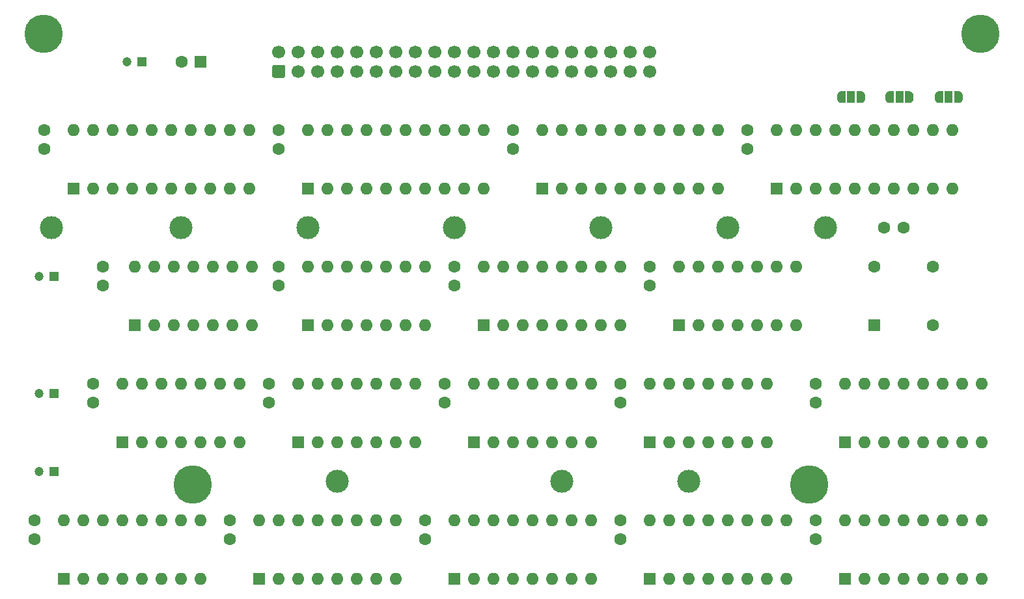
<source format=gbs>
G04 #@! TF.GenerationSoftware,KiCad,Pcbnew,(5.1.10-1-10_14)*
G04 #@! TF.CreationDate,2021-11-19T10:04:18+01:00*
G04 #@! TF.ProjectId,vga_timing_generator,7667615f-7379-46e6-932e-6b696361645f,rev?*
G04 #@! TF.SameCoordinates,Original*
G04 #@! TF.FileFunction,Soldermask,Bot*
G04 #@! TF.FilePolarity,Negative*
%FSLAX46Y46*%
G04 Gerber Fmt 4.6, Leading zero omitted, Abs format (unit mm)*
G04 Created by KiCad (PCBNEW (5.1.10-1-10_14)) date 2021-11-19 10:04:18*
%MOMM*%
%LPD*%
G01*
G04 APERTURE LIST*
%ADD10R,1.000000X1.500000*%
%ADD11C,0.100000*%
%ADD12C,3.000000*%
%ADD13C,5.000000*%
%ADD14O,1.600000X1.600000*%
%ADD15R,1.600000X1.600000*%
%ADD16C,1.700000*%
%ADD17C,1.600000*%
%ADD18C,1.200000*%
%ADD19R,1.200000X1.200000*%
G04 APERTURE END LIST*
D10*
X217093800Y-80162400D03*
D11*
G36*
X215793800Y-80911798D02*
G01*
X215769266Y-80911798D01*
X215720435Y-80906988D01*
X215672310Y-80897416D01*
X215625355Y-80883172D01*
X215580022Y-80864395D01*
X215536749Y-80841264D01*
X215495950Y-80814004D01*
X215458021Y-80782876D01*
X215423324Y-80748179D01*
X215392196Y-80710250D01*
X215364936Y-80669451D01*
X215341805Y-80626178D01*
X215323028Y-80580845D01*
X215308784Y-80533890D01*
X215299212Y-80485765D01*
X215294402Y-80436934D01*
X215294402Y-80412400D01*
X215293800Y-80412400D01*
X215293800Y-79912400D01*
X215294402Y-79912400D01*
X215294402Y-79887866D01*
X215299212Y-79839035D01*
X215308784Y-79790910D01*
X215323028Y-79743955D01*
X215341805Y-79698622D01*
X215364936Y-79655349D01*
X215392196Y-79614550D01*
X215423324Y-79576621D01*
X215458021Y-79541924D01*
X215495950Y-79510796D01*
X215536749Y-79483536D01*
X215580022Y-79460405D01*
X215625355Y-79441628D01*
X215672310Y-79427384D01*
X215720435Y-79417812D01*
X215769266Y-79413002D01*
X215793800Y-79413002D01*
X215793800Y-79412400D01*
X216343800Y-79412400D01*
X216343800Y-80912400D01*
X215793800Y-80912400D01*
X215793800Y-80911798D01*
G37*
G36*
X217843800Y-79412400D02*
G01*
X218393800Y-79412400D01*
X218393800Y-79413002D01*
X218418334Y-79413002D01*
X218467165Y-79417812D01*
X218515290Y-79427384D01*
X218562245Y-79441628D01*
X218607578Y-79460405D01*
X218650851Y-79483536D01*
X218691650Y-79510796D01*
X218729579Y-79541924D01*
X218764276Y-79576621D01*
X218795404Y-79614550D01*
X218822664Y-79655349D01*
X218845795Y-79698622D01*
X218864572Y-79743955D01*
X218878816Y-79790910D01*
X218888388Y-79839035D01*
X218893198Y-79887866D01*
X218893198Y-79912400D01*
X218893800Y-79912400D01*
X218893800Y-80412400D01*
X218893198Y-80412400D01*
X218893198Y-80436934D01*
X218888388Y-80485765D01*
X218878816Y-80533890D01*
X218864572Y-80580845D01*
X218845795Y-80626178D01*
X218822664Y-80669451D01*
X218795404Y-80710250D01*
X218764276Y-80748179D01*
X218729579Y-80782876D01*
X218691650Y-80814004D01*
X218650851Y-80841264D01*
X218607578Y-80864395D01*
X218562245Y-80883172D01*
X218515290Y-80897416D01*
X218467165Y-80906988D01*
X218418334Y-80911798D01*
X218393800Y-80911798D01*
X218393800Y-80912400D01*
X217843800Y-80912400D01*
X217843800Y-79412400D01*
G37*
D10*
X223367600Y-80162400D03*
D11*
G36*
X222067600Y-80911798D02*
G01*
X222043066Y-80911798D01*
X221994235Y-80906988D01*
X221946110Y-80897416D01*
X221899155Y-80883172D01*
X221853822Y-80864395D01*
X221810549Y-80841264D01*
X221769750Y-80814004D01*
X221731821Y-80782876D01*
X221697124Y-80748179D01*
X221665996Y-80710250D01*
X221638736Y-80669451D01*
X221615605Y-80626178D01*
X221596828Y-80580845D01*
X221582584Y-80533890D01*
X221573012Y-80485765D01*
X221568202Y-80436934D01*
X221568202Y-80412400D01*
X221567600Y-80412400D01*
X221567600Y-79912400D01*
X221568202Y-79912400D01*
X221568202Y-79887866D01*
X221573012Y-79839035D01*
X221582584Y-79790910D01*
X221596828Y-79743955D01*
X221615605Y-79698622D01*
X221638736Y-79655349D01*
X221665996Y-79614550D01*
X221697124Y-79576621D01*
X221731821Y-79541924D01*
X221769750Y-79510796D01*
X221810549Y-79483536D01*
X221853822Y-79460405D01*
X221899155Y-79441628D01*
X221946110Y-79427384D01*
X221994235Y-79417812D01*
X222043066Y-79413002D01*
X222067600Y-79413002D01*
X222067600Y-79412400D01*
X222617600Y-79412400D01*
X222617600Y-80912400D01*
X222067600Y-80912400D01*
X222067600Y-80911798D01*
G37*
G36*
X224117600Y-79412400D02*
G01*
X224667600Y-79412400D01*
X224667600Y-79413002D01*
X224692134Y-79413002D01*
X224740965Y-79417812D01*
X224789090Y-79427384D01*
X224836045Y-79441628D01*
X224881378Y-79460405D01*
X224924651Y-79483536D01*
X224965450Y-79510796D01*
X225003379Y-79541924D01*
X225038076Y-79576621D01*
X225069204Y-79614550D01*
X225096464Y-79655349D01*
X225119595Y-79698622D01*
X225138372Y-79743955D01*
X225152616Y-79790910D01*
X225162188Y-79839035D01*
X225166998Y-79887866D01*
X225166998Y-79912400D01*
X225167600Y-79912400D01*
X225167600Y-80412400D01*
X225166998Y-80412400D01*
X225166998Y-80436934D01*
X225162188Y-80485765D01*
X225152616Y-80533890D01*
X225138372Y-80580845D01*
X225119595Y-80626178D01*
X225096464Y-80669451D01*
X225069204Y-80710250D01*
X225038076Y-80748179D01*
X225003379Y-80782876D01*
X224965450Y-80814004D01*
X224924651Y-80841264D01*
X224881378Y-80864395D01*
X224836045Y-80883172D01*
X224789090Y-80897416D01*
X224740965Y-80906988D01*
X224692134Y-80911798D01*
X224667600Y-80911798D01*
X224667600Y-80912400D01*
X224117600Y-80912400D01*
X224117600Y-79412400D01*
G37*
D10*
X229793800Y-80162400D03*
D11*
G36*
X228493800Y-80911798D02*
G01*
X228469266Y-80911798D01*
X228420435Y-80906988D01*
X228372310Y-80897416D01*
X228325355Y-80883172D01*
X228280022Y-80864395D01*
X228236749Y-80841264D01*
X228195950Y-80814004D01*
X228158021Y-80782876D01*
X228123324Y-80748179D01*
X228092196Y-80710250D01*
X228064936Y-80669451D01*
X228041805Y-80626178D01*
X228023028Y-80580845D01*
X228008784Y-80533890D01*
X227999212Y-80485765D01*
X227994402Y-80436934D01*
X227994402Y-80412400D01*
X227993800Y-80412400D01*
X227993800Y-79912400D01*
X227994402Y-79912400D01*
X227994402Y-79887866D01*
X227999212Y-79839035D01*
X228008784Y-79790910D01*
X228023028Y-79743955D01*
X228041805Y-79698622D01*
X228064936Y-79655349D01*
X228092196Y-79614550D01*
X228123324Y-79576621D01*
X228158021Y-79541924D01*
X228195950Y-79510796D01*
X228236749Y-79483536D01*
X228280022Y-79460405D01*
X228325355Y-79441628D01*
X228372310Y-79427384D01*
X228420435Y-79417812D01*
X228469266Y-79413002D01*
X228493800Y-79413002D01*
X228493800Y-79412400D01*
X229043800Y-79412400D01*
X229043800Y-80912400D01*
X228493800Y-80912400D01*
X228493800Y-80911798D01*
G37*
G36*
X230543800Y-79412400D02*
G01*
X231093800Y-79412400D01*
X231093800Y-79413002D01*
X231118334Y-79413002D01*
X231167165Y-79417812D01*
X231215290Y-79427384D01*
X231262245Y-79441628D01*
X231307578Y-79460405D01*
X231350851Y-79483536D01*
X231391650Y-79510796D01*
X231429579Y-79541924D01*
X231464276Y-79576621D01*
X231495404Y-79614550D01*
X231522664Y-79655349D01*
X231545795Y-79698622D01*
X231564572Y-79743955D01*
X231578816Y-79790910D01*
X231588388Y-79839035D01*
X231593198Y-79887866D01*
X231593198Y-79912400D01*
X231593800Y-79912400D01*
X231593800Y-80412400D01*
X231593198Y-80412400D01*
X231593198Y-80436934D01*
X231588388Y-80485765D01*
X231578816Y-80533890D01*
X231564572Y-80580845D01*
X231545795Y-80626178D01*
X231522664Y-80669451D01*
X231495404Y-80710250D01*
X231464276Y-80748179D01*
X231429579Y-80782876D01*
X231391650Y-80814004D01*
X231350851Y-80841264D01*
X231307578Y-80864395D01*
X231262245Y-80883172D01*
X231215290Y-80897416D01*
X231167165Y-80906988D01*
X231118334Y-80911798D01*
X231093800Y-80911798D01*
X231093800Y-80912400D01*
X230543800Y-80912400D01*
X230543800Y-79412400D01*
G37*
D12*
X113055400Y-97129600D03*
D13*
X211658200Y-130606800D03*
X131495800Y-130606800D03*
X233908600Y-71907400D03*
X112064800Y-71907400D03*
D14*
X169316400Y-102235000D03*
X187096400Y-109855000D03*
X171856400Y-102235000D03*
X184556400Y-109855000D03*
X174396400Y-102235000D03*
X182016400Y-109855000D03*
X176936400Y-102235000D03*
X179476400Y-109855000D03*
X179476400Y-102235000D03*
X176936400Y-109855000D03*
X182016400Y-102235000D03*
X174396400Y-109855000D03*
X184556400Y-102235000D03*
X171856400Y-109855000D03*
X187096400Y-102235000D03*
D15*
X169316400Y-109855000D03*
D14*
X145186400Y-117449600D03*
X160426400Y-125069600D03*
X147726400Y-117449600D03*
X157886400Y-125069600D03*
X150266400Y-117449600D03*
X155346400Y-125069600D03*
X152806400Y-117449600D03*
X152806400Y-125069600D03*
X155346400Y-117449600D03*
X150266400Y-125069600D03*
X157886400Y-117449600D03*
X147726400Y-125069600D03*
X160426400Y-117449600D03*
D15*
X145186400Y-125069600D03*
D16*
X190906400Y-74269600D03*
X188366400Y-74269600D03*
X185826400Y-74269600D03*
X183286400Y-74269600D03*
X180746400Y-74269600D03*
X178206400Y-74269600D03*
X175666400Y-74269600D03*
X173126400Y-74269600D03*
X170586400Y-74269600D03*
X168046400Y-74269600D03*
X165506400Y-74269600D03*
X162966400Y-74269600D03*
X160426400Y-74269600D03*
X157886400Y-74269600D03*
X155346400Y-74269600D03*
X152806400Y-74269600D03*
X150266400Y-74269600D03*
X147726400Y-74269600D03*
X145186400Y-74269600D03*
X142646400Y-74269600D03*
X190906400Y-76809600D03*
X188366400Y-76809600D03*
X185826400Y-76809600D03*
X183286400Y-76809600D03*
X180746400Y-76809600D03*
X178206400Y-76809600D03*
X175666400Y-76809600D03*
X173126400Y-76809600D03*
X170586400Y-76809600D03*
X168046400Y-76809600D03*
X165506400Y-76809600D03*
X162966400Y-76809600D03*
X160426400Y-76809600D03*
X157886400Y-76809600D03*
X155346400Y-76809600D03*
X152806400Y-76809600D03*
X150266400Y-76809600D03*
X147726400Y-76809600D03*
X145186400Y-76809600D03*
G36*
G01*
X143246400Y-77659600D02*
X142046400Y-77659600D01*
G75*
G02*
X141796400Y-77409600I0J250000D01*
G01*
X141796400Y-76209600D01*
G75*
G02*
X142046400Y-75959600I250000J0D01*
G01*
X143246400Y-75959600D01*
G75*
G02*
X143496400Y-76209600I0J-250000D01*
G01*
X143496400Y-77409600D01*
G75*
G02*
X143246400Y-77659600I-250000J0D01*
G01*
G37*
D14*
X146456400Y-102209600D03*
X161696400Y-109829600D03*
X148996400Y-102209600D03*
X159156400Y-109829600D03*
X151536400Y-102209600D03*
X156616400Y-109829600D03*
X154076400Y-102209600D03*
X154076400Y-109829600D03*
X156616400Y-102209600D03*
X151536400Y-109829600D03*
X159156400Y-102209600D03*
X148996400Y-109829600D03*
X161696400Y-102209600D03*
D15*
X146456400Y-109829600D03*
D14*
X123916400Y-102209600D03*
X139156400Y-109829600D03*
X126456400Y-102209600D03*
X136616400Y-109829600D03*
X128996400Y-102209600D03*
X134076400Y-109829600D03*
X131536400Y-102209600D03*
X131536400Y-109829600D03*
X134076400Y-102209600D03*
X128996400Y-109829600D03*
X136616400Y-102209600D03*
X126456400Y-109829600D03*
X139156400Y-102209600D03*
D15*
X123916400Y-109829600D03*
D14*
X146456400Y-84429600D03*
X169316400Y-92049600D03*
X148996400Y-84429600D03*
X166776400Y-92049600D03*
X151536400Y-84429600D03*
X164236400Y-92049600D03*
X154076400Y-84429600D03*
X161696400Y-92049600D03*
X156616400Y-84429600D03*
X159156400Y-92049600D03*
X159156400Y-84429600D03*
X156616400Y-92049600D03*
X161696400Y-84429600D03*
X154076400Y-92049600D03*
X164236400Y-84429600D03*
X151536400Y-92049600D03*
X166776400Y-84429600D03*
X148996400Y-92049600D03*
X169316400Y-84429600D03*
D15*
X146456400Y-92049600D03*
D17*
X223886400Y-97129600D03*
X221386400Y-97129600D03*
X173126400Y-86929600D03*
X173126400Y-84429600D03*
X227736400Y-109829600D03*
X227736400Y-102209600D03*
X220116400Y-102209600D03*
D15*
X220116400Y-109829600D03*
D14*
X207416400Y-84429600D03*
X230276400Y-92049600D03*
X209956400Y-84429600D03*
X227736400Y-92049600D03*
X212496400Y-84429600D03*
X225196400Y-92049600D03*
X215036400Y-84429600D03*
X222656400Y-92049600D03*
X217576400Y-84429600D03*
X220116400Y-92049600D03*
X220116400Y-84429600D03*
X217576400Y-92049600D03*
X222656400Y-84429600D03*
X215036400Y-92049600D03*
X225196400Y-84429600D03*
X212496400Y-92049600D03*
X227736400Y-84429600D03*
X209956400Y-92049600D03*
X230276400Y-84429600D03*
D15*
X207416400Y-92049600D03*
D14*
X176936400Y-84429600D03*
X199796400Y-92049600D03*
X179476400Y-84429600D03*
X197256400Y-92049600D03*
X182016400Y-84429600D03*
X194716400Y-92049600D03*
X184556400Y-84429600D03*
X192176400Y-92049600D03*
X187096400Y-84429600D03*
X189636400Y-92049600D03*
X189636400Y-84429600D03*
X187096400Y-92049600D03*
X192176400Y-84429600D03*
X184556400Y-92049600D03*
X194716400Y-84429600D03*
X182016400Y-92049600D03*
X197256400Y-84429600D03*
X179476400Y-92049600D03*
X199796400Y-84429600D03*
D15*
X176936400Y-92049600D03*
D14*
X115976400Y-84429600D03*
X138836400Y-92049600D03*
X118516400Y-84429600D03*
X136296400Y-92049600D03*
X121056400Y-84429600D03*
X133756400Y-92049600D03*
X123596400Y-84429600D03*
X131216400Y-92049600D03*
X126136400Y-84429600D03*
X128676400Y-92049600D03*
X128676400Y-84429600D03*
X126136400Y-92049600D03*
X131216400Y-84429600D03*
X123596400Y-92049600D03*
X133756400Y-84429600D03*
X121056400Y-92049600D03*
X136296400Y-84429600D03*
X118516400Y-92049600D03*
X138836400Y-84429600D03*
D15*
X115976400Y-92049600D03*
D14*
X216306400Y-117449600D03*
X234086400Y-125069600D03*
X218846400Y-117449600D03*
X231546400Y-125069600D03*
X221386400Y-117449600D03*
X229006400Y-125069600D03*
X223926400Y-117449600D03*
X226466400Y-125069600D03*
X226466400Y-117449600D03*
X223926400Y-125069600D03*
X229006400Y-117449600D03*
X221386400Y-125069600D03*
X231546400Y-117449600D03*
X218846400Y-125069600D03*
X234086400Y-117449600D03*
D15*
X216306400Y-125069600D03*
D14*
X216316400Y-135229600D03*
X234096400Y-142849600D03*
X218856400Y-135229600D03*
X231556400Y-142849600D03*
X221396400Y-135229600D03*
X229016400Y-142849600D03*
X223936400Y-135229600D03*
X226476400Y-142849600D03*
X226476400Y-135229600D03*
X223936400Y-142849600D03*
X229016400Y-135229600D03*
X221396400Y-142849600D03*
X231556400Y-135229600D03*
X218856400Y-142849600D03*
X234096400Y-135229600D03*
D15*
X216316400Y-142849600D03*
D14*
X190906400Y-135229600D03*
X208686400Y-142849600D03*
X193446400Y-135229600D03*
X206146400Y-142849600D03*
X195986400Y-135229600D03*
X203606400Y-142849600D03*
X198526400Y-135229600D03*
X201066400Y-142849600D03*
X201066400Y-135229600D03*
X198526400Y-142849600D03*
X203606400Y-135229600D03*
X195986400Y-142849600D03*
X206146400Y-135229600D03*
X193446400Y-142849600D03*
X208686400Y-135229600D03*
D15*
X190906400Y-142849600D03*
D14*
X190906400Y-117449600D03*
X206146400Y-125069600D03*
X193446400Y-117449600D03*
X203606400Y-125069600D03*
X195986400Y-117449600D03*
X201066400Y-125069600D03*
X198526400Y-117449600D03*
X198526400Y-125069600D03*
X201066400Y-117449600D03*
X195986400Y-125069600D03*
X203606400Y-117449600D03*
X193446400Y-125069600D03*
X206146400Y-117449600D03*
D15*
X190906400Y-125069600D03*
D14*
X194716400Y-102209600D03*
X209956400Y-109829600D03*
X197256400Y-102209600D03*
X207416400Y-109829600D03*
X199796400Y-102209600D03*
X204876400Y-109829600D03*
X202336400Y-102209600D03*
X202336400Y-109829600D03*
X204876400Y-102209600D03*
X199796400Y-109829600D03*
X207416400Y-102209600D03*
X197256400Y-109829600D03*
X209956400Y-102209600D03*
D15*
X194716400Y-109829600D03*
D14*
X168046400Y-117449600D03*
X183286400Y-125069600D03*
X170586400Y-117449600D03*
X180746400Y-125069600D03*
X173126400Y-117449600D03*
X178206400Y-125069600D03*
X175666400Y-117449600D03*
X175666400Y-125069600D03*
X178206400Y-117449600D03*
X173126400Y-125069600D03*
X180746400Y-117449600D03*
X170586400Y-125069600D03*
X183286400Y-117449600D03*
D15*
X168046400Y-125069600D03*
D14*
X122326400Y-117449600D03*
X137566400Y-125069600D03*
X124866400Y-117449600D03*
X135026400Y-125069600D03*
X127406400Y-117449600D03*
X132486400Y-125069600D03*
X129946400Y-117449600D03*
X129946400Y-125069600D03*
X132486400Y-117449600D03*
X127406400Y-125069600D03*
X135026400Y-117449600D03*
X124866400Y-125069600D03*
X137566400Y-117449600D03*
D15*
X122326400Y-125069600D03*
D14*
X165506400Y-135229600D03*
X183286400Y-142849600D03*
X168046400Y-135229600D03*
X180746400Y-142849600D03*
X170586400Y-135229600D03*
X178206400Y-142849600D03*
X173126400Y-135229600D03*
X175666400Y-142849600D03*
X175666400Y-135229600D03*
X173126400Y-142849600D03*
X178206400Y-135229600D03*
X170586400Y-142849600D03*
X180746400Y-135229600D03*
X168046400Y-142849600D03*
X183286400Y-135229600D03*
D15*
X165506400Y-142849600D03*
D14*
X140106400Y-135229600D03*
X157886400Y-142849600D03*
X142646400Y-135229600D03*
X155346400Y-142849600D03*
X145186400Y-135229600D03*
X152806400Y-142849600D03*
X147726400Y-135229600D03*
X150266400Y-142849600D03*
X150266400Y-135229600D03*
X147726400Y-142849600D03*
X152806400Y-135229600D03*
X145186400Y-142849600D03*
X155346400Y-135229600D03*
X142646400Y-142849600D03*
X157886400Y-135229600D03*
D15*
X140106400Y-142849600D03*
D14*
X114706400Y-135229600D03*
X132486400Y-142849600D03*
X117246400Y-135229600D03*
X129946400Y-142849600D03*
X119786400Y-135229600D03*
X127406400Y-142849600D03*
X122326400Y-135229600D03*
X124866400Y-142849600D03*
X124866400Y-135229600D03*
X122326400Y-142849600D03*
X127406400Y-135229600D03*
X119786400Y-142849600D03*
X129946400Y-135229600D03*
X117246400Y-142849600D03*
X132486400Y-135229600D03*
D15*
X114706400Y-142849600D03*
D12*
X129946400Y-97129600D03*
X165506400Y-97129600D03*
X201066400Y-97129600D03*
X146456400Y-97129600D03*
X184556400Y-97129600D03*
X179476400Y-130149600D03*
X213766400Y-97129600D03*
X195986400Y-130149600D03*
X150266400Y-130149600D03*
D17*
X129986400Y-75539600D03*
D15*
X132486400Y-75539600D03*
D18*
X111436400Y-118719600D03*
D19*
X113436400Y-118719600D03*
D18*
X111436400Y-128879600D03*
D19*
X113436400Y-128879600D03*
D18*
X122866400Y-75539600D03*
D19*
X124866400Y-75539600D03*
D18*
X111436400Y-103479600D03*
D19*
X113436400Y-103479600D03*
D17*
X142646400Y-86929600D03*
X142646400Y-84429600D03*
X112166400Y-86929600D03*
X112166400Y-84429600D03*
X203606400Y-86929600D03*
X203606400Y-84429600D03*
X212496400Y-137729600D03*
X212496400Y-135229600D03*
X141376400Y-119949600D03*
X141376400Y-117449600D03*
X118516400Y-119949600D03*
X118516400Y-117449600D03*
X136296400Y-137729600D03*
X136296400Y-135229600D03*
X187096400Y-137729600D03*
X187096400Y-135229600D03*
X110896400Y-137729600D03*
X110896400Y-135229600D03*
X161696400Y-137729600D03*
X161696400Y-135229600D03*
X142646400Y-104709600D03*
X142646400Y-102209600D03*
X119786400Y-104709600D03*
X119786400Y-102209600D03*
X190906400Y-104709600D03*
X190906400Y-102209600D03*
X212496400Y-119949600D03*
X212496400Y-117449600D03*
X187096400Y-119949600D03*
X187096400Y-117449600D03*
X165506400Y-104709600D03*
X165506400Y-102209600D03*
X164236400Y-119949600D03*
X164236400Y-117449600D03*
M02*

</source>
